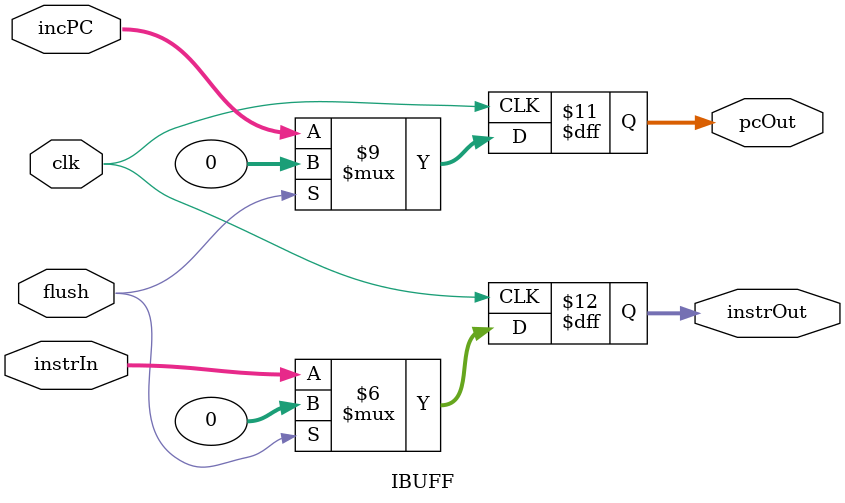
<source format=v>
module IBUFF(incPC, instrIn, clk, flush, pcOut, instrOut);
	input flush, clk;
	input [31:0] incPC, instrIn;
	output reg [31:0] pcOut = 0, instrOut = 0;
	
	always @(posedge clk) begin
		if (flush == 1'b1) begin
			pcOut <= 0;
			instrOut <= 0;
		end
		else begin
			pcOut <= incPC;
			instrOut <= instrIn;
		end
	end
endmodule
</source>
